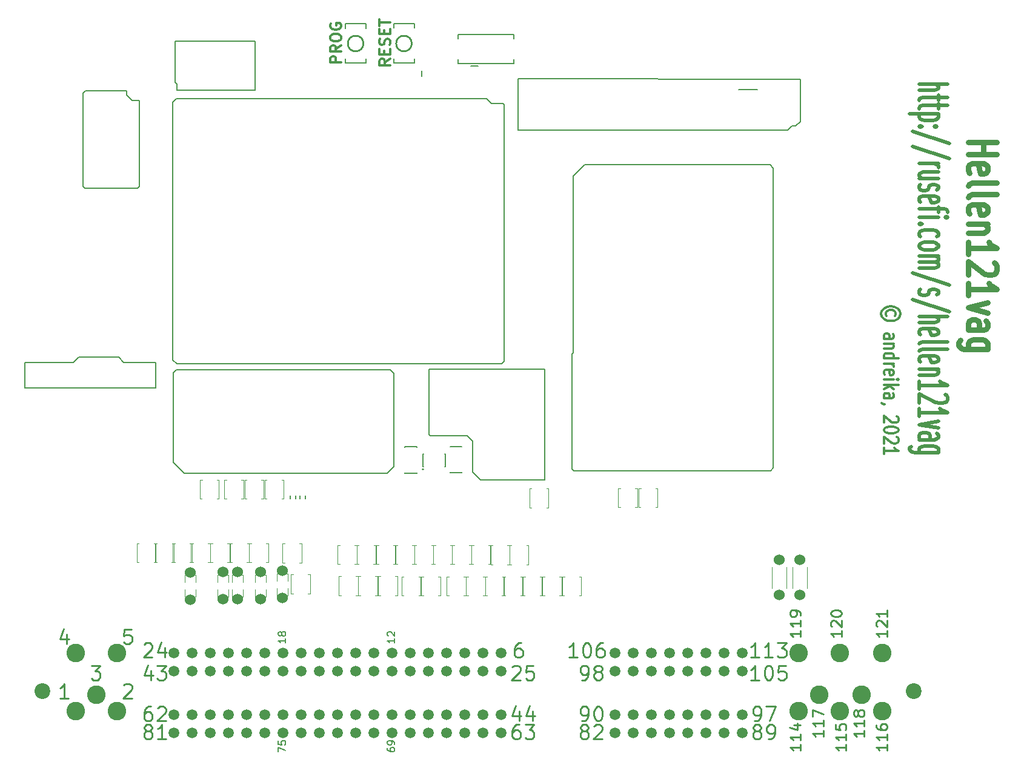
<source format=gto>
G04 #@! TF.GenerationSoftware,KiCad,Pcbnew,(5.99.0-9206-g896188ca5e)*
G04 #@! TF.CreationDate,2021-02-20T22:34:01+02:00*
G04 #@! TF.ProjectId,hellen121vag,68656c6c-656e-4313-9231-7661672e6b69,a*
G04 #@! TF.SameCoordinates,PX2b953a0PY6943058*
G04 #@! TF.FileFunction,Legend,Top*
G04 #@! TF.FilePolarity,Positive*
%FSLAX46Y46*%
G04 Gerber Fmt 4.6, Leading zero omitted, Abs format (unit mm)*
G04 Created by KiCad (PCBNEW (5.99.0-9206-g896188ca5e)) date 2021-02-20 22:34:01*
%MOMM*%
%LPD*%
G01*
G04 APERTURE LIST*
%ADD10C,0.250000*%
%ADD11C,0.750000*%
%ADD12C,0.200000*%
%ADD13C,0.304800*%
%ADD14C,0.500000*%
%ADD15C,0.150000*%
%ADD16C,0.120000*%
%ADD17C,0.099060*%
%ADD18C,0.254000*%
%ADD19C,0.203200*%
%ADD20C,2.200000*%
%ADD21C,2.600000*%
%ADD22C,1.500000*%
%ADD23C,1.524000*%
G04 APERTURE END LIST*
D10*
X95841666Y18030239D02*
X94698809Y18030239D01*
X95270238Y18030239D02*
X95270238Y20030239D01*
X95079761Y19744524D01*
X94889285Y19554048D01*
X94698809Y19458810D01*
X97079761Y20030239D02*
X97270238Y20030239D01*
X97460714Y19935000D01*
X97555952Y19839762D01*
X97651190Y19649286D01*
X97746428Y19268334D01*
X97746428Y18792143D01*
X97651190Y18411191D01*
X97555952Y18220715D01*
X97460714Y18125477D01*
X97270238Y18030239D01*
X97079761Y18030239D01*
X96889285Y18125477D01*
X96794047Y18220715D01*
X96698809Y18411191D01*
X96603571Y18792143D01*
X96603571Y19268334D01*
X96698809Y19649286D01*
X96794047Y19839762D01*
X96889285Y19935000D01*
X97079761Y20030239D01*
X99460714Y20030239D02*
X99079761Y20030239D01*
X98889285Y19935000D01*
X98794047Y19839762D01*
X98603571Y19554048D01*
X98508333Y19173096D01*
X98508333Y18411191D01*
X98603571Y18220715D01*
X98698809Y18125477D01*
X98889285Y18030239D01*
X99270238Y18030239D01*
X99460714Y18125477D01*
X99555952Y18220715D01*
X99651190Y18411191D01*
X99651190Y18887381D01*
X99555952Y19077858D01*
X99460714Y19173096D01*
X99270238Y19268334D01*
X98889285Y19268334D01*
X98698809Y19173096D01*
X98603571Y19077858D01*
X98508333Y18887381D01*
X24530952Y21268572D02*
X24530952Y19935239D01*
X24054761Y22030477D02*
X23578571Y20601905D01*
X24816666Y20601905D01*
X33516190Y21935239D02*
X32563809Y21935239D01*
X32468571Y20982858D01*
X32563809Y21078096D01*
X32754285Y21173334D01*
X33230476Y21173334D01*
X33420952Y21078096D01*
X33516190Y20982858D01*
X33611428Y20792381D01*
X33611428Y20316191D01*
X33516190Y20125715D01*
X33420952Y20030477D01*
X33230476Y19935239D01*
X32754285Y19935239D01*
X32563809Y20030477D01*
X32468571Y20125715D01*
X32468571Y14124762D02*
X32563809Y14220000D01*
X32754285Y14315239D01*
X33230476Y14315239D01*
X33420952Y14220000D01*
X33516190Y14124762D01*
X33611428Y13934286D01*
X33611428Y13743810D01*
X33516190Y13458096D01*
X32373333Y12315239D01*
X33611428Y12315239D01*
X130238571Y7775000D02*
X130238571Y6917858D01*
X130238571Y7346429D02*
X128738571Y7346429D01*
X128952857Y7203572D01*
X129095714Y7060715D01*
X129167142Y6917858D01*
X130238571Y9203572D02*
X130238571Y8346429D01*
X130238571Y8775000D02*
X128738571Y8775000D01*
X128952857Y8632143D01*
X129095714Y8489286D01*
X129167142Y8346429D01*
X128738571Y9703572D02*
X128738571Y10703572D01*
X130238571Y10060715D01*
X139128571Y21745000D02*
X139128571Y20887858D01*
X139128571Y21316429D02*
X137628571Y21316429D01*
X137842857Y21173572D01*
X137985714Y21030715D01*
X138057142Y20887858D01*
X137771428Y22316429D02*
X137700000Y22387858D01*
X137628571Y22530715D01*
X137628571Y22887858D01*
X137700000Y23030715D01*
X137771428Y23102143D01*
X137914285Y23173572D01*
X138057142Y23173572D01*
X138271428Y23102143D01*
X139128571Y22245000D01*
X139128571Y23173572D01*
X139128571Y24602143D02*
X139128571Y23745000D01*
X139128571Y24173572D02*
X137628571Y24173572D01*
X137842857Y24030715D01*
X137985714Y23887858D01*
X138057142Y23745000D01*
D11*
X150490476Y90100000D02*
X154490476Y90100000D01*
X152585714Y90100000D02*
X152585714Y88385715D01*
X150490476Y88385715D02*
X154490476Y88385715D01*
X150680952Y85814286D02*
X150490476Y86100000D01*
X150490476Y86671429D01*
X150680952Y86957143D01*
X151061904Y87100000D01*
X152585714Y87100000D01*
X152966666Y86957143D01*
X153157142Y86671429D01*
X153157142Y86100000D01*
X152966666Y85814286D01*
X152585714Y85671429D01*
X152204761Y85671429D01*
X151823809Y87100000D01*
X150490476Y83957143D02*
X150680952Y84242858D01*
X151061904Y84385715D01*
X154490476Y84385715D01*
X150490476Y82385715D02*
X150680952Y82671429D01*
X151061904Y82814286D01*
X154490476Y82814286D01*
X150680952Y80100000D02*
X150490476Y80385715D01*
X150490476Y80957143D01*
X150680952Y81242858D01*
X151061904Y81385715D01*
X152585714Y81385715D01*
X152966666Y81242858D01*
X153157142Y80957143D01*
X153157142Y80385715D01*
X152966666Y80100000D01*
X152585714Y79957143D01*
X152204761Y79957143D01*
X151823809Y81385715D01*
X153157142Y78671429D02*
X150490476Y78671429D01*
X152776190Y78671429D02*
X152966666Y78528572D01*
X153157142Y78242858D01*
X153157142Y77814286D01*
X152966666Y77528572D01*
X152585714Y77385715D01*
X150490476Y77385715D01*
X150490476Y74385715D02*
X150490476Y76100000D01*
X150490476Y75242858D02*
X154490476Y75242858D01*
X153919047Y75528572D01*
X153538095Y75814286D01*
X153347619Y76100000D01*
X154109523Y73242858D02*
X154300000Y73100000D01*
X154490476Y72814286D01*
X154490476Y72100000D01*
X154300000Y71814286D01*
X154109523Y71671429D01*
X153728571Y71528572D01*
X153347619Y71528572D01*
X152776190Y71671429D01*
X150490476Y73385715D01*
X150490476Y71528572D01*
X150490476Y68671429D02*
X150490476Y70385715D01*
X150490476Y69528572D02*
X154490476Y69528572D01*
X153919047Y69814286D01*
X153538095Y70100000D01*
X153347619Y70385715D01*
X153157142Y67671429D02*
X150490476Y66957143D01*
X153157142Y66242858D01*
X150490476Y63814286D02*
X152585714Y63814286D01*
X152966666Y63957143D01*
X153157142Y64242858D01*
X153157142Y64814286D01*
X152966666Y65100000D01*
X150680952Y63814286D02*
X150490476Y64100000D01*
X150490476Y64814286D01*
X150680952Y65100000D01*
X151061904Y65242858D01*
X151442857Y65242858D01*
X151823809Y65100000D01*
X152014285Y64814286D01*
X152014285Y64100000D01*
X152204761Y63814286D01*
X153157142Y61100000D02*
X149919047Y61100000D01*
X149538095Y61242858D01*
X149347619Y61385715D01*
X149157142Y61671429D01*
X149157142Y62100000D01*
X149347619Y62385715D01*
X150680952Y61100000D02*
X150490476Y61385715D01*
X150490476Y61957143D01*
X150680952Y62242858D01*
X150871428Y62385715D01*
X151252380Y62528572D01*
X152395238Y62528572D01*
X152776190Y62385715D01*
X152966666Y62242858D01*
X153157142Y61957143D01*
X153157142Y61385715D01*
X152966666Y61100000D01*
D12*
X54082380Y4790477D02*
X54082380Y5457143D01*
X55082380Y5028572D01*
X54082380Y6314286D02*
X54082380Y5838096D01*
X54558571Y5790477D01*
X54510952Y5838096D01*
X54463333Y5933334D01*
X54463333Y6171429D01*
X54510952Y6266667D01*
X54558571Y6314286D01*
X54653809Y6361905D01*
X54891904Y6361905D01*
X54987142Y6314286D01*
X55034761Y6266667D01*
X55082380Y6171429D01*
X55082380Y5933334D01*
X55034761Y5838096D01*
X54987142Y5790477D01*
X69322380Y5314286D02*
X69322380Y5123810D01*
X69370000Y5028572D01*
X69417619Y4980953D01*
X69560476Y4885715D01*
X69750952Y4838096D01*
X70131904Y4838096D01*
X70227142Y4885715D01*
X70274761Y4933334D01*
X70322380Y5028572D01*
X70322380Y5219048D01*
X70274761Y5314286D01*
X70227142Y5361905D01*
X70131904Y5409524D01*
X69893809Y5409524D01*
X69798571Y5361905D01*
X69750952Y5314286D01*
X69703333Y5219048D01*
X69703333Y5028572D01*
X69750952Y4933334D01*
X69798571Y4885715D01*
X69893809Y4838096D01*
X70322380Y5885715D02*
X70322380Y6076191D01*
X70274761Y6171429D01*
X70227142Y6219048D01*
X70084285Y6314286D01*
X69893809Y6361905D01*
X69512857Y6361905D01*
X69417619Y6314286D01*
X69370000Y6266667D01*
X69322380Y6171429D01*
X69322380Y5980953D01*
X69370000Y5885715D01*
X69417619Y5838096D01*
X69512857Y5790477D01*
X69750952Y5790477D01*
X69846190Y5838096D01*
X69893809Y5885715D01*
X69941428Y5980953D01*
X69941428Y6171429D01*
X69893809Y6266667D01*
X69846190Y6314286D01*
X69750952Y6361905D01*
D10*
X86761190Y16664762D02*
X86856428Y16760000D01*
X87046904Y16855239D01*
X87523095Y16855239D01*
X87713571Y16760000D01*
X87808809Y16664762D01*
X87904047Y16474286D01*
X87904047Y16283810D01*
X87808809Y15998096D01*
X86665952Y14855239D01*
X87904047Y14855239D01*
X89713571Y16855239D02*
X88761190Y16855239D01*
X88665952Y15902858D01*
X88761190Y15998096D01*
X88951666Y16093334D01*
X89427857Y16093334D01*
X89618333Y15998096D01*
X89713571Y15902858D01*
X89808809Y15712381D01*
X89808809Y15236191D01*
X89713571Y15045715D01*
X89618333Y14950477D01*
X89427857Y14855239D01*
X88951666Y14855239D01*
X88761190Y14950477D01*
X88665952Y15045715D01*
X133413571Y5870000D02*
X133413571Y5012858D01*
X133413571Y5441429D02*
X131913571Y5441429D01*
X132127857Y5298572D01*
X132270714Y5155715D01*
X132342142Y5012858D01*
X133413571Y7298572D02*
X133413571Y6441429D01*
X133413571Y6870000D02*
X131913571Y6870000D01*
X132127857Y6727143D01*
X132270714Y6584286D01*
X132342142Y6441429D01*
X131913571Y8655715D02*
X131913571Y7941429D01*
X132627857Y7870000D01*
X132556428Y7941429D01*
X132485000Y8084286D01*
X132485000Y8441429D01*
X132556428Y8584286D01*
X132627857Y8655715D01*
X132770714Y8727143D01*
X133127857Y8727143D01*
X133270714Y8655715D01*
X133342142Y8584286D01*
X133413571Y8441429D01*
X133413571Y8084286D01*
X133342142Y7941429D01*
X133270714Y7870000D01*
X36278571Y16188572D02*
X36278571Y14855239D01*
X35802380Y16950477D02*
X35326190Y15521905D01*
X36564285Y15521905D01*
X37135714Y16855239D02*
X38373809Y16855239D01*
X37707142Y16093334D01*
X37992857Y16093334D01*
X38183333Y15998096D01*
X38278571Y15902858D01*
X38373809Y15712381D01*
X38373809Y15236191D01*
X38278571Y15045715D01*
X38183333Y14950477D01*
X37992857Y14855239D01*
X37421428Y14855239D01*
X37230952Y14950477D01*
X37135714Y15045715D01*
D12*
X55082380Y20649524D02*
X55082380Y20078096D01*
X55082380Y20363810D02*
X54082380Y20363810D01*
X54225238Y20268572D01*
X54320476Y20173334D01*
X54368095Y20078096D01*
X54510952Y21220953D02*
X54463333Y21125715D01*
X54415714Y21078096D01*
X54320476Y21030477D01*
X54272857Y21030477D01*
X54177619Y21078096D01*
X54130000Y21125715D01*
X54082380Y21220953D01*
X54082380Y21411429D01*
X54130000Y21506667D01*
X54177619Y21554286D01*
X54272857Y21601905D01*
X54320476Y21601905D01*
X54415714Y21554286D01*
X54463333Y21506667D01*
X54510952Y21411429D01*
X54510952Y21220953D01*
X54558571Y21125715D01*
X54606190Y21078096D01*
X54701428Y21030477D01*
X54891904Y21030477D01*
X54987142Y21078096D01*
X55034761Y21125715D01*
X55082380Y21220953D01*
X55082380Y21411429D01*
X55034761Y21506667D01*
X54987142Y21554286D01*
X54891904Y21601905D01*
X54701428Y21601905D01*
X54606190Y21554286D01*
X54558571Y21506667D01*
X54510952Y21411429D01*
D10*
X120606666Y9140239D02*
X120987619Y9140239D01*
X121178095Y9235477D01*
X121273333Y9330715D01*
X121463809Y9616429D01*
X121559047Y9997381D01*
X121559047Y10759286D01*
X121463809Y10949762D01*
X121368571Y11045000D01*
X121178095Y11140239D01*
X120797142Y11140239D01*
X120606666Y11045000D01*
X120511428Y10949762D01*
X120416190Y10759286D01*
X120416190Y10283096D01*
X120511428Y10092620D01*
X120606666Y9997381D01*
X120797142Y9902143D01*
X121178095Y9902143D01*
X121368571Y9997381D01*
X121463809Y10092620D01*
X121559047Y10283096D01*
X122225714Y11140239D02*
X123559047Y11140239D01*
X122701904Y9140239D01*
D13*
X69678571Y101736572D02*
X68964285Y101228572D01*
X69678571Y100865715D02*
X68178571Y100865715D01*
X68178571Y101446286D01*
X68250000Y101591429D01*
X68321428Y101664000D01*
X68464285Y101736572D01*
X68678571Y101736572D01*
X68821428Y101664000D01*
X68892857Y101591429D01*
X68964285Y101446286D01*
X68964285Y100865715D01*
X68892857Y102389715D02*
X68892857Y102897715D01*
X69678571Y103115429D02*
X69678571Y102389715D01*
X68178571Y102389715D01*
X68178571Y103115429D01*
X69607142Y103696000D02*
X69678571Y103913715D01*
X69678571Y104276572D01*
X69607142Y104421715D01*
X69535714Y104494286D01*
X69392857Y104566858D01*
X69250000Y104566858D01*
X69107142Y104494286D01*
X69035714Y104421715D01*
X68964285Y104276572D01*
X68892857Y103986286D01*
X68821428Y103841143D01*
X68750000Y103768572D01*
X68607142Y103696000D01*
X68464285Y103696000D01*
X68321428Y103768572D01*
X68250000Y103841143D01*
X68178571Y103986286D01*
X68178571Y104349143D01*
X68250000Y104566858D01*
X68892857Y105220000D02*
X68892857Y105728000D01*
X69678571Y105945715D02*
X69678571Y105220000D01*
X68178571Y105220000D01*
X68178571Y105945715D01*
X68178571Y106381143D02*
X68178571Y107252000D01*
X69678571Y106816572D02*
X68178571Y106816572D01*
D10*
X35326190Y19839762D02*
X35421428Y19935000D01*
X35611904Y20030239D01*
X36088095Y20030239D01*
X36278571Y19935000D01*
X36373809Y19839762D01*
X36469047Y19649286D01*
X36469047Y19458810D01*
X36373809Y19173096D01*
X35230952Y18030239D01*
X36469047Y18030239D01*
X38183333Y19363572D02*
X38183333Y18030239D01*
X37707142Y20125477D02*
X37230952Y18696905D01*
X38469047Y18696905D01*
X96476666Y14855239D02*
X96857619Y14855239D01*
X97048095Y14950477D01*
X97143333Y15045715D01*
X97333809Y15331429D01*
X97429047Y15712381D01*
X97429047Y16474286D01*
X97333809Y16664762D01*
X97238571Y16760000D01*
X97048095Y16855239D01*
X96667142Y16855239D01*
X96476666Y16760000D01*
X96381428Y16664762D01*
X96286190Y16474286D01*
X96286190Y15998096D01*
X96381428Y15807620D01*
X96476666Y15712381D01*
X96667142Y15617143D01*
X97048095Y15617143D01*
X97238571Y15712381D01*
X97333809Y15807620D01*
X97429047Y15998096D01*
X98571904Y15998096D02*
X98381428Y16093334D01*
X98286190Y16188572D01*
X98190952Y16379048D01*
X98190952Y16474286D01*
X98286190Y16664762D01*
X98381428Y16760000D01*
X98571904Y16855239D01*
X98952857Y16855239D01*
X99143333Y16760000D01*
X99238571Y16664762D01*
X99333809Y16474286D01*
X99333809Y16379048D01*
X99238571Y16188572D01*
X99143333Y16093334D01*
X98952857Y15998096D01*
X98571904Y15998096D01*
X98381428Y15902858D01*
X98286190Y15807620D01*
X98190952Y15617143D01*
X98190952Y15236191D01*
X98286190Y15045715D01*
X98381428Y14950477D01*
X98571904Y14855239D01*
X98952857Y14855239D01*
X99143333Y14950477D01*
X99238571Y15045715D01*
X99333809Y15236191D01*
X99333809Y15617143D01*
X99238571Y15807620D01*
X99143333Y15902858D01*
X98952857Y15998096D01*
D13*
X140228952Y65798858D02*
X140325714Y65944000D01*
X140325714Y66234286D01*
X140228952Y66379429D01*
X140035428Y66524572D01*
X139841904Y66597143D01*
X139454857Y66597143D01*
X139261333Y66524572D01*
X139067809Y66379429D01*
X138971047Y66234286D01*
X138971047Y65944000D01*
X139067809Y65798858D01*
X141003047Y66089143D02*
X140906285Y66452000D01*
X140616000Y66814858D01*
X140132190Y67032572D01*
X139648380Y67105143D01*
X139164571Y67032572D01*
X138680761Y66814858D01*
X138390476Y66452000D01*
X138293714Y66089143D01*
X138390476Y65726286D01*
X138680761Y65363429D01*
X139164571Y65145715D01*
X139648380Y65073143D01*
X140132190Y65145715D01*
X140616000Y65363429D01*
X140906285Y65726286D01*
X141003047Y66089143D01*
X138680761Y62605715D02*
X139745142Y62605715D01*
X139938666Y62678286D01*
X140035428Y62823429D01*
X140035428Y63113715D01*
X139938666Y63258858D01*
X138777523Y62605715D02*
X138680761Y62750858D01*
X138680761Y63113715D01*
X138777523Y63258858D01*
X138971047Y63331429D01*
X139164571Y63331429D01*
X139358095Y63258858D01*
X139454857Y63113715D01*
X139454857Y62750858D01*
X139551619Y62605715D01*
X140035428Y61880000D02*
X138680761Y61880000D01*
X139841904Y61880000D02*
X139938666Y61807429D01*
X140035428Y61662286D01*
X140035428Y61444572D01*
X139938666Y61299429D01*
X139745142Y61226858D01*
X138680761Y61226858D01*
X138680761Y59848000D02*
X140712761Y59848000D01*
X138777523Y59848000D02*
X138680761Y59993143D01*
X138680761Y60283429D01*
X138777523Y60428572D01*
X138874285Y60501143D01*
X139067809Y60573715D01*
X139648380Y60573715D01*
X139841904Y60501143D01*
X139938666Y60428572D01*
X140035428Y60283429D01*
X140035428Y59993143D01*
X139938666Y59848000D01*
X138680761Y59122286D02*
X140035428Y59122286D01*
X139648380Y59122286D02*
X139841904Y59049715D01*
X139938666Y58977143D01*
X140035428Y58832000D01*
X140035428Y58686858D01*
X138777523Y57598286D02*
X138680761Y57743429D01*
X138680761Y58033715D01*
X138777523Y58178858D01*
X138971047Y58251429D01*
X139745142Y58251429D01*
X139938666Y58178858D01*
X140035428Y58033715D01*
X140035428Y57743429D01*
X139938666Y57598286D01*
X139745142Y57525715D01*
X139551619Y57525715D01*
X139358095Y58251429D01*
X138680761Y56872572D02*
X140035428Y56872572D01*
X140712761Y56872572D02*
X140616000Y56945143D01*
X140519238Y56872572D01*
X140616000Y56800000D01*
X140712761Y56872572D01*
X140519238Y56872572D01*
X138680761Y56146858D02*
X140712761Y56146858D01*
X139454857Y56001715D02*
X138680761Y55566286D01*
X140035428Y55566286D02*
X139261333Y56146858D01*
X138680761Y54260000D02*
X139745142Y54260000D01*
X139938666Y54332572D01*
X140035428Y54477715D01*
X140035428Y54768000D01*
X139938666Y54913143D01*
X138777523Y54260000D02*
X138680761Y54405143D01*
X138680761Y54768000D01*
X138777523Y54913143D01*
X138971047Y54985715D01*
X139164571Y54985715D01*
X139358095Y54913143D01*
X139454857Y54768000D01*
X139454857Y54405143D01*
X139551619Y54260000D01*
X138777523Y53461715D02*
X138680761Y53461715D01*
X138487238Y53534286D01*
X138390476Y53606858D01*
X140519238Y51720000D02*
X140616000Y51647429D01*
X140712761Y51502286D01*
X140712761Y51139429D01*
X140616000Y50994286D01*
X140519238Y50921715D01*
X140325714Y50849143D01*
X140132190Y50849143D01*
X139841904Y50921715D01*
X138680761Y51792572D01*
X138680761Y50849143D01*
X140712761Y49905715D02*
X140712761Y49760572D01*
X140616000Y49615429D01*
X140519238Y49542858D01*
X140325714Y49470286D01*
X139938666Y49397715D01*
X139454857Y49397715D01*
X139067809Y49470286D01*
X138874285Y49542858D01*
X138777523Y49615429D01*
X138680761Y49760572D01*
X138680761Y49905715D01*
X138777523Y50050858D01*
X138874285Y50123429D01*
X139067809Y50196000D01*
X139454857Y50268572D01*
X139938666Y50268572D01*
X140325714Y50196000D01*
X140519238Y50123429D01*
X140616000Y50050858D01*
X140712761Y49905715D01*
X140519238Y48817143D02*
X140616000Y48744572D01*
X140712761Y48599429D01*
X140712761Y48236572D01*
X140616000Y48091429D01*
X140519238Y48018858D01*
X140325714Y47946286D01*
X140132190Y47946286D01*
X139841904Y48018858D01*
X138680761Y48889715D01*
X138680761Y47946286D01*
X138680761Y46494858D02*
X138680761Y47365715D01*
X138680761Y46930286D02*
X140712761Y46930286D01*
X140422476Y47075429D01*
X140228952Y47220572D01*
X140132190Y47365715D01*
D10*
X135953571Y7775000D02*
X135953571Y6917858D01*
X135953571Y7346429D02*
X134453571Y7346429D01*
X134667857Y7203572D01*
X134810714Y7060715D01*
X134882142Y6917858D01*
X135953571Y9203572D02*
X135953571Y8346429D01*
X135953571Y8775000D02*
X134453571Y8775000D01*
X134667857Y8632143D01*
X134810714Y8489286D01*
X134882142Y8346429D01*
X135096428Y10060715D02*
X135025000Y9917858D01*
X134953571Y9846429D01*
X134810714Y9775000D01*
X134739285Y9775000D01*
X134596428Y9846429D01*
X134525000Y9917858D01*
X134453571Y10060715D01*
X134453571Y10346429D01*
X134525000Y10489286D01*
X134596428Y10560715D01*
X134739285Y10632143D01*
X134810714Y10632143D01*
X134953571Y10560715D01*
X135025000Y10489286D01*
X135096428Y10346429D01*
X135096428Y10060715D01*
X135167857Y9917858D01*
X135239285Y9846429D01*
X135382142Y9775000D01*
X135667857Y9775000D01*
X135810714Y9846429D01*
X135882142Y9917858D01*
X135953571Y10060715D01*
X135953571Y10346429D01*
X135882142Y10489286D01*
X135810714Y10560715D01*
X135667857Y10632143D01*
X135382142Y10632143D01*
X135239285Y10560715D01*
X135167857Y10489286D01*
X135096428Y10346429D01*
D14*
X143640476Y98186905D02*
X147640476Y98186905D01*
X143640476Y97329762D02*
X145735714Y97329762D01*
X146116666Y97425001D01*
X146307142Y97615477D01*
X146307142Y97901191D01*
X146116666Y98091667D01*
X145926190Y98186905D01*
X146307142Y96663096D02*
X146307142Y95901191D01*
X147640476Y96377381D02*
X144211904Y96377381D01*
X143830952Y96282143D01*
X143640476Y96091667D01*
X143640476Y95901191D01*
X146307142Y95520239D02*
X146307142Y94758334D01*
X147640476Y95234524D02*
X144211904Y95234524D01*
X143830952Y95139286D01*
X143640476Y94948810D01*
X143640476Y94758334D01*
X146307142Y94091667D02*
X142307142Y94091667D01*
X146116666Y94091667D02*
X146307142Y93901191D01*
X146307142Y93520239D01*
X146116666Y93329762D01*
X145926190Y93234524D01*
X145545238Y93139286D01*
X144402380Y93139286D01*
X144021428Y93234524D01*
X143830952Y93329762D01*
X143640476Y93520239D01*
X143640476Y93901191D01*
X143830952Y94091667D01*
X144021428Y92282143D02*
X143830952Y92186905D01*
X143640476Y92282143D01*
X143830952Y92377381D01*
X144021428Y92282143D01*
X143640476Y92282143D01*
X146116666Y92282143D02*
X145926190Y92186905D01*
X145735714Y92282143D01*
X145926190Y92377381D01*
X146116666Y92282143D01*
X145735714Y92282143D01*
X147830952Y89901191D02*
X142688095Y91615477D01*
X147830952Y87805953D02*
X142688095Y89520239D01*
X143640476Y87139286D02*
X146307142Y87139286D01*
X145545238Y87139286D02*
X145926190Y87044048D01*
X146116666Y86948810D01*
X146307142Y86758334D01*
X146307142Y86567858D01*
X146307142Y85044048D02*
X143640476Y85044048D01*
X146307142Y85901191D02*
X144211904Y85901191D01*
X143830952Y85805953D01*
X143640476Y85615477D01*
X143640476Y85329762D01*
X143830952Y85139286D01*
X144021428Y85044048D01*
X143830952Y84186905D02*
X143640476Y83996429D01*
X143640476Y83615477D01*
X143830952Y83425000D01*
X144211904Y83329762D01*
X144402380Y83329762D01*
X144783333Y83425000D01*
X144973809Y83615477D01*
X144973809Y83901191D01*
X145164285Y84091667D01*
X145545238Y84186905D01*
X145735714Y84186905D01*
X146116666Y84091667D01*
X146307142Y83901191D01*
X146307142Y83615477D01*
X146116666Y83425000D01*
X143830952Y81710715D02*
X143640476Y81901191D01*
X143640476Y82282143D01*
X143830952Y82472620D01*
X144211904Y82567858D01*
X145735714Y82567858D01*
X146116666Y82472620D01*
X146307142Y82282143D01*
X146307142Y81901191D01*
X146116666Y81710715D01*
X145735714Y81615477D01*
X145354761Y81615477D01*
X144973809Y82567858D01*
X146307142Y81044048D02*
X146307142Y80282143D01*
X143640476Y80758334D02*
X147069047Y80758334D01*
X147450000Y80663096D01*
X147640476Y80472620D01*
X147640476Y80282143D01*
X143640476Y79615477D02*
X146307142Y79615477D01*
X147640476Y79615477D02*
X147450000Y79710715D01*
X147259523Y79615477D01*
X147450000Y79520239D01*
X147640476Y79615477D01*
X147259523Y79615477D01*
X144021428Y78663096D02*
X143830952Y78567858D01*
X143640476Y78663096D01*
X143830952Y78758334D01*
X144021428Y78663096D01*
X143640476Y78663096D01*
X143830952Y76853572D02*
X143640476Y77044048D01*
X143640476Y77425001D01*
X143830952Y77615477D01*
X144021428Y77710715D01*
X144402380Y77805953D01*
X145545238Y77805953D01*
X145926190Y77710715D01*
X146116666Y77615477D01*
X146307142Y77425001D01*
X146307142Y77044048D01*
X146116666Y76853572D01*
X143640476Y75710715D02*
X143830952Y75901191D01*
X144021428Y75996429D01*
X144402380Y76091667D01*
X145545238Y76091667D01*
X145926190Y75996429D01*
X146116666Y75901191D01*
X146307142Y75710715D01*
X146307142Y75425001D01*
X146116666Y75234524D01*
X145926190Y75139286D01*
X145545238Y75044048D01*
X144402380Y75044048D01*
X144021428Y75139286D01*
X143830952Y75234524D01*
X143640476Y75425001D01*
X143640476Y75710715D01*
X143640476Y74186905D02*
X146307142Y74186905D01*
X145926190Y74186905D02*
X146116666Y74091667D01*
X146307142Y73901191D01*
X146307142Y73615477D01*
X146116666Y73425001D01*
X145735714Y73329762D01*
X143640476Y73329762D01*
X145735714Y73329762D02*
X146116666Y73234524D01*
X146307142Y73044048D01*
X146307142Y72758334D01*
X146116666Y72567858D01*
X145735714Y72472620D01*
X143640476Y72472620D01*
X147830952Y70091667D02*
X142688095Y71805953D01*
X143830952Y69520239D02*
X143640476Y69329762D01*
X143640476Y68948810D01*
X143830952Y68758334D01*
X144211904Y68663096D01*
X144402380Y68663096D01*
X144783333Y68758334D01*
X144973809Y68948810D01*
X144973809Y69234524D01*
X145164285Y69425001D01*
X145545238Y69520239D01*
X145735714Y69520239D01*
X146116666Y69425001D01*
X146307142Y69234524D01*
X146307142Y68948810D01*
X146116666Y68758334D01*
X147830952Y66377381D02*
X142688095Y68091667D01*
X143640476Y65710715D02*
X147640476Y65710715D01*
X143640476Y64853572D02*
X145735714Y64853572D01*
X146116666Y64948810D01*
X146307142Y65139286D01*
X146307142Y65425001D01*
X146116666Y65615477D01*
X145926190Y65710715D01*
X143830952Y63139286D02*
X143640476Y63329762D01*
X143640476Y63710715D01*
X143830952Y63901191D01*
X144211904Y63996429D01*
X145735714Y63996429D01*
X146116666Y63901191D01*
X146307142Y63710715D01*
X146307142Y63329762D01*
X146116666Y63139286D01*
X145735714Y63044048D01*
X145354761Y63044048D01*
X144973809Y63996429D01*
X143640476Y61901191D02*
X143830952Y62091667D01*
X144211904Y62186905D01*
X147640476Y62186905D01*
X143640476Y60853572D02*
X143830952Y61044048D01*
X144211904Y61139286D01*
X147640476Y61139286D01*
X143830952Y59329762D02*
X143640476Y59520239D01*
X143640476Y59901191D01*
X143830952Y60091667D01*
X144211904Y60186905D01*
X145735714Y60186905D01*
X146116666Y60091667D01*
X146307142Y59901191D01*
X146307142Y59520239D01*
X146116666Y59329762D01*
X145735714Y59234524D01*
X145354761Y59234524D01*
X144973809Y60186905D01*
X146307142Y58377381D02*
X143640476Y58377381D01*
X145926190Y58377381D02*
X146116666Y58282143D01*
X146307142Y58091667D01*
X146307142Y57805953D01*
X146116666Y57615477D01*
X145735714Y57520239D01*
X143640476Y57520239D01*
X143640476Y55520239D02*
X143640476Y56663096D01*
X143640476Y56091667D02*
X147640476Y56091667D01*
X147069047Y56282143D01*
X146688095Y56472620D01*
X146497619Y56663096D01*
X147259523Y54758334D02*
X147450000Y54663096D01*
X147640476Y54472620D01*
X147640476Y53996429D01*
X147450000Y53805953D01*
X147259523Y53710715D01*
X146878571Y53615477D01*
X146497619Y53615477D01*
X145926190Y53710715D01*
X143640476Y54853572D01*
X143640476Y53615477D01*
X143640476Y51710715D02*
X143640476Y52853572D01*
X143640476Y52282143D02*
X147640476Y52282143D01*
X147069047Y52472620D01*
X146688095Y52663096D01*
X146497619Y52853572D01*
X146307142Y51044048D02*
X143640476Y50567858D01*
X146307142Y50091667D01*
X143640476Y48472620D02*
X145735714Y48472620D01*
X146116666Y48567858D01*
X146307142Y48758334D01*
X146307142Y49139286D01*
X146116666Y49329762D01*
X143830952Y48472620D02*
X143640476Y48663096D01*
X143640476Y49139286D01*
X143830952Y49329762D01*
X144211904Y49425001D01*
X144592857Y49425001D01*
X144973809Y49329762D01*
X145164285Y49139286D01*
X145164285Y48663096D01*
X145354761Y48472620D01*
X146307142Y46663096D02*
X143069047Y46663096D01*
X142688095Y46758334D01*
X142497619Y46853572D01*
X142307142Y47044048D01*
X142307142Y47329762D01*
X142497619Y47520239D01*
X143830952Y46663096D02*
X143640476Y46853572D01*
X143640476Y47234524D01*
X143830952Y47425001D01*
X144021428Y47520239D01*
X144402380Y47615477D01*
X145545238Y47615477D01*
X145926190Y47520239D01*
X146116666Y47425001D01*
X146307142Y47234524D01*
X146307142Y46853572D01*
X146116666Y46663096D01*
D13*
X62841069Y101246909D02*
X61341069Y101246909D01*
X61341069Y101827480D01*
X61412498Y101972623D01*
X61483926Y102045195D01*
X61626783Y102117766D01*
X61841069Y102117766D01*
X61983926Y102045195D01*
X62055355Y101972623D01*
X62126783Y101827480D01*
X62126783Y101246909D01*
X62841069Y103641766D02*
X62126783Y103133766D01*
X62841069Y102770909D02*
X61341069Y102770909D01*
X61341069Y103351480D01*
X61412498Y103496623D01*
X61483926Y103569195D01*
X61626783Y103641766D01*
X61841069Y103641766D01*
X61983926Y103569195D01*
X62055355Y103496623D01*
X62126783Y103351480D01*
X62126783Y102770909D01*
X61341069Y104585195D02*
X61341069Y104875480D01*
X61412498Y105020623D01*
X61555355Y105165766D01*
X61841069Y105238337D01*
X62341069Y105238337D01*
X62626783Y105165766D01*
X62769640Y105020623D01*
X62841069Y104875480D01*
X62841069Y104585195D01*
X62769640Y104440052D01*
X62626783Y104294909D01*
X62341069Y104222337D01*
X61841069Y104222337D01*
X61555355Y104294909D01*
X61412498Y104440052D01*
X61341069Y104585195D01*
X61412498Y106689766D02*
X61341069Y106544623D01*
X61341069Y106326909D01*
X61412498Y106109195D01*
X61555355Y105964052D01*
X61698212Y105891480D01*
X61983926Y105818909D01*
X62198212Y105818909D01*
X62483926Y105891480D01*
X62626783Y105964052D01*
X62769640Y106109195D01*
X62841069Y106326909D01*
X62841069Y106472052D01*
X62769640Y106689766D01*
X62698212Y106762337D01*
X62198212Y106762337D01*
X62198212Y106472052D01*
D10*
X24721428Y12315239D02*
X23578571Y12315239D01*
X24150000Y12315239D02*
X24150000Y14315239D01*
X23959523Y14029524D01*
X23769047Y13839048D01*
X23578571Y13743810D01*
X35707142Y7743096D02*
X35516666Y7838334D01*
X35421428Y7933572D01*
X35326190Y8124048D01*
X35326190Y8219286D01*
X35421428Y8409762D01*
X35516666Y8505000D01*
X35707142Y8600239D01*
X36088095Y8600239D01*
X36278571Y8505000D01*
X36373809Y8409762D01*
X36469047Y8219286D01*
X36469047Y8124048D01*
X36373809Y7933572D01*
X36278571Y7838334D01*
X36088095Y7743096D01*
X35707142Y7743096D01*
X35516666Y7647858D01*
X35421428Y7552620D01*
X35326190Y7362143D01*
X35326190Y6981191D01*
X35421428Y6790715D01*
X35516666Y6695477D01*
X35707142Y6600239D01*
X36088095Y6600239D01*
X36278571Y6695477D01*
X36373809Y6790715D01*
X36469047Y6981191D01*
X36469047Y7362143D01*
X36373809Y7552620D01*
X36278571Y7647858D01*
X36088095Y7743096D01*
X38373809Y6600239D02*
X37230952Y6600239D01*
X37802380Y6600239D02*
X37802380Y8600239D01*
X37611904Y8314524D01*
X37421428Y8124048D01*
X37230952Y8028810D01*
X127063571Y21745000D02*
X127063571Y20887858D01*
X127063571Y21316429D02*
X125563571Y21316429D01*
X125777857Y21173572D01*
X125920714Y21030715D01*
X125992142Y20887858D01*
X127063571Y23173572D02*
X127063571Y22316429D01*
X127063571Y22745000D02*
X125563571Y22745000D01*
X125777857Y22602143D01*
X125920714Y22459286D01*
X125992142Y22316429D01*
X127063571Y23887858D02*
X127063571Y24173572D01*
X126992142Y24316429D01*
X126920714Y24387858D01*
X126706428Y24530715D01*
X126420714Y24602143D01*
X125849285Y24602143D01*
X125706428Y24530715D01*
X125635000Y24459286D01*
X125563571Y24316429D01*
X125563571Y24030715D01*
X125635000Y23887858D01*
X125706428Y23816429D01*
X125849285Y23745000D01*
X126206428Y23745000D01*
X126349285Y23816429D01*
X126420714Y23887858D01*
X126492142Y24030715D01*
X126492142Y24316429D01*
X126420714Y24459286D01*
X126349285Y24530715D01*
X126206428Y24602143D01*
X87713571Y10473572D02*
X87713571Y9140239D01*
X87237380Y11235477D02*
X86761190Y9806905D01*
X87999285Y9806905D01*
X89618333Y10473572D02*
X89618333Y9140239D01*
X89142142Y11235477D02*
X88665952Y9806905D01*
X89904047Y9806905D01*
X96667142Y7743096D02*
X96476666Y7838334D01*
X96381428Y7933572D01*
X96286190Y8124048D01*
X96286190Y8219286D01*
X96381428Y8409762D01*
X96476666Y8505000D01*
X96667142Y8600239D01*
X97048095Y8600239D01*
X97238571Y8505000D01*
X97333809Y8409762D01*
X97429047Y8219286D01*
X97429047Y8124048D01*
X97333809Y7933572D01*
X97238571Y7838334D01*
X97048095Y7743096D01*
X96667142Y7743096D01*
X96476666Y7647858D01*
X96381428Y7552620D01*
X96286190Y7362143D01*
X96286190Y6981191D01*
X96381428Y6790715D01*
X96476666Y6695477D01*
X96667142Y6600239D01*
X97048095Y6600239D01*
X97238571Y6695477D01*
X97333809Y6790715D01*
X97429047Y6981191D01*
X97429047Y7362143D01*
X97333809Y7552620D01*
X97238571Y7647858D01*
X97048095Y7743096D01*
X98190952Y8409762D02*
X98286190Y8505000D01*
X98476666Y8600239D01*
X98952857Y8600239D01*
X99143333Y8505000D01*
X99238571Y8409762D01*
X99333809Y8219286D01*
X99333809Y8028810D01*
X99238571Y7743096D01*
X98095714Y6600239D01*
X99333809Y6600239D01*
X27928333Y16855239D02*
X29166428Y16855239D01*
X28499761Y16093334D01*
X28785476Y16093334D01*
X28975952Y15998096D01*
X29071190Y15902858D01*
X29166428Y15712381D01*
X29166428Y15236191D01*
X29071190Y15045715D01*
X28975952Y14950477D01*
X28785476Y14855239D01*
X28214047Y14855239D01*
X28023571Y14950477D01*
X27928333Y15045715D01*
X120797142Y7743096D02*
X120606666Y7838334D01*
X120511428Y7933572D01*
X120416190Y8124048D01*
X120416190Y8219286D01*
X120511428Y8409762D01*
X120606666Y8505000D01*
X120797142Y8600239D01*
X121178095Y8600239D01*
X121368571Y8505000D01*
X121463809Y8409762D01*
X121559047Y8219286D01*
X121559047Y8124048D01*
X121463809Y7933572D01*
X121368571Y7838334D01*
X121178095Y7743096D01*
X120797142Y7743096D01*
X120606666Y7647858D01*
X120511428Y7552620D01*
X120416190Y7362143D01*
X120416190Y6981191D01*
X120511428Y6790715D01*
X120606666Y6695477D01*
X120797142Y6600239D01*
X121178095Y6600239D01*
X121368571Y6695477D01*
X121463809Y6790715D01*
X121559047Y6981191D01*
X121559047Y7362143D01*
X121463809Y7552620D01*
X121368571Y7647858D01*
X121178095Y7743096D01*
X122511428Y6600239D02*
X122892380Y6600239D01*
X123082857Y6695477D01*
X123178095Y6790715D01*
X123368571Y7076429D01*
X123463809Y7457381D01*
X123463809Y8219286D01*
X123368571Y8409762D01*
X123273333Y8505000D01*
X123082857Y8600239D01*
X122701904Y8600239D01*
X122511428Y8505000D01*
X122416190Y8409762D01*
X122320952Y8219286D01*
X122320952Y7743096D01*
X122416190Y7552620D01*
X122511428Y7457381D01*
X122701904Y7362143D01*
X123082857Y7362143D01*
X123273333Y7457381D01*
X123368571Y7552620D01*
X123463809Y7743096D01*
X87713571Y8600239D02*
X87332619Y8600239D01*
X87142142Y8505000D01*
X87046904Y8409762D01*
X86856428Y8124048D01*
X86761190Y7743096D01*
X86761190Y6981191D01*
X86856428Y6790715D01*
X86951666Y6695477D01*
X87142142Y6600239D01*
X87523095Y6600239D01*
X87713571Y6695477D01*
X87808809Y6790715D01*
X87904047Y6981191D01*
X87904047Y7457381D01*
X87808809Y7647858D01*
X87713571Y7743096D01*
X87523095Y7838334D01*
X87142142Y7838334D01*
X86951666Y7743096D01*
X86856428Y7647858D01*
X86761190Y7457381D01*
X88570714Y8600239D02*
X89808809Y8600239D01*
X89142142Y7838334D01*
X89427857Y7838334D01*
X89618333Y7743096D01*
X89713571Y7647858D01*
X89808809Y7457381D01*
X89808809Y6981191D01*
X89713571Y6790715D01*
X89618333Y6695477D01*
X89427857Y6600239D01*
X88856428Y6600239D01*
X88665952Y6695477D01*
X88570714Y6790715D01*
X127063571Y5870000D02*
X127063571Y5012858D01*
X127063571Y5441429D02*
X125563571Y5441429D01*
X125777857Y5298572D01*
X125920714Y5155715D01*
X125992142Y5012858D01*
X127063571Y7298572D02*
X127063571Y6441429D01*
X127063571Y6870000D02*
X125563571Y6870000D01*
X125777857Y6727143D01*
X125920714Y6584286D01*
X125992142Y6441429D01*
X126063571Y8584286D02*
X127063571Y8584286D01*
X125492142Y8227143D02*
X126563571Y7870000D01*
X126563571Y8798572D01*
X132778571Y21745000D02*
X132778571Y20887858D01*
X132778571Y21316429D02*
X131278571Y21316429D01*
X131492857Y21173572D01*
X131635714Y21030715D01*
X131707142Y20887858D01*
X131421428Y22316429D02*
X131350000Y22387858D01*
X131278571Y22530715D01*
X131278571Y22887858D01*
X131350000Y23030715D01*
X131421428Y23102143D01*
X131564285Y23173572D01*
X131707142Y23173572D01*
X131921428Y23102143D01*
X132778571Y22245000D01*
X132778571Y23173572D01*
X131278571Y24102143D02*
X131278571Y24245000D01*
X131350000Y24387858D01*
X131421428Y24459286D01*
X131564285Y24530715D01*
X131850000Y24602143D01*
X132207142Y24602143D01*
X132492857Y24530715D01*
X132635714Y24459286D01*
X132707142Y24387858D01*
X132778571Y24245000D01*
X132778571Y24102143D01*
X132707142Y23959286D01*
X132635714Y23887858D01*
X132492857Y23816429D01*
X132207142Y23745000D01*
X131850000Y23745000D01*
X131564285Y23816429D01*
X131421428Y23887858D01*
X131350000Y23959286D01*
X131278571Y24102143D01*
X88030952Y20030239D02*
X87650000Y20030239D01*
X87459523Y19935000D01*
X87364285Y19839762D01*
X87173809Y19554048D01*
X87078571Y19173096D01*
X87078571Y18411191D01*
X87173809Y18220715D01*
X87269047Y18125477D01*
X87459523Y18030239D01*
X87840476Y18030239D01*
X88030952Y18125477D01*
X88126190Y18220715D01*
X88221428Y18411191D01*
X88221428Y18887381D01*
X88126190Y19077858D01*
X88030952Y19173096D01*
X87840476Y19268334D01*
X87459523Y19268334D01*
X87269047Y19173096D01*
X87173809Y19077858D01*
X87078571Y18887381D01*
X96476666Y9140239D02*
X96857619Y9140239D01*
X97048095Y9235477D01*
X97143333Y9330715D01*
X97333809Y9616429D01*
X97429047Y9997381D01*
X97429047Y10759286D01*
X97333809Y10949762D01*
X97238571Y11045000D01*
X97048095Y11140239D01*
X96667142Y11140239D01*
X96476666Y11045000D01*
X96381428Y10949762D01*
X96286190Y10759286D01*
X96286190Y10283096D01*
X96381428Y10092620D01*
X96476666Y9997381D01*
X96667142Y9902143D01*
X97048095Y9902143D01*
X97238571Y9997381D01*
X97333809Y10092620D01*
X97429047Y10283096D01*
X98667142Y11140239D02*
X98857619Y11140239D01*
X99048095Y11045000D01*
X99143333Y10949762D01*
X99238571Y10759286D01*
X99333809Y10378334D01*
X99333809Y9902143D01*
X99238571Y9521191D01*
X99143333Y9330715D01*
X99048095Y9235477D01*
X98857619Y9140239D01*
X98667142Y9140239D01*
X98476666Y9235477D01*
X98381428Y9330715D01*
X98286190Y9521191D01*
X98190952Y9902143D01*
X98190952Y10378334D01*
X98286190Y10759286D01*
X98381428Y10949762D01*
X98476666Y11045000D01*
X98667142Y11140239D01*
X121241666Y18030239D02*
X120098809Y18030239D01*
X120670238Y18030239D02*
X120670238Y20030239D01*
X120479761Y19744524D01*
X120289285Y19554048D01*
X120098809Y19458810D01*
X123146428Y18030239D02*
X122003571Y18030239D01*
X122575000Y18030239D02*
X122575000Y20030239D01*
X122384523Y19744524D01*
X122194047Y19554048D01*
X122003571Y19458810D01*
X123813095Y20030239D02*
X125051190Y20030239D01*
X124384523Y19268334D01*
X124670238Y19268334D01*
X124860714Y19173096D01*
X124955952Y19077858D01*
X125051190Y18887381D01*
X125051190Y18411191D01*
X124955952Y18220715D01*
X124860714Y18125477D01*
X124670238Y18030239D01*
X124098809Y18030239D01*
X123908333Y18125477D01*
X123813095Y18220715D01*
X36278571Y11140239D02*
X35897619Y11140239D01*
X35707142Y11045000D01*
X35611904Y10949762D01*
X35421428Y10664048D01*
X35326190Y10283096D01*
X35326190Y9521191D01*
X35421428Y9330715D01*
X35516666Y9235477D01*
X35707142Y9140239D01*
X36088095Y9140239D01*
X36278571Y9235477D01*
X36373809Y9330715D01*
X36469047Y9521191D01*
X36469047Y9997381D01*
X36373809Y10187858D01*
X36278571Y10283096D01*
X36088095Y10378334D01*
X35707142Y10378334D01*
X35516666Y10283096D01*
X35421428Y10187858D01*
X35326190Y9997381D01*
X37230952Y10949762D02*
X37326190Y11045000D01*
X37516666Y11140239D01*
X37992857Y11140239D01*
X38183333Y11045000D01*
X38278571Y10949762D01*
X38373809Y10759286D01*
X38373809Y10568810D01*
X38278571Y10283096D01*
X37135714Y9140239D01*
X38373809Y9140239D01*
X121241666Y14855239D02*
X120098809Y14855239D01*
X120670238Y14855239D02*
X120670238Y16855239D01*
X120479761Y16569524D01*
X120289285Y16379048D01*
X120098809Y16283810D01*
X122479761Y16855239D02*
X122670238Y16855239D01*
X122860714Y16760000D01*
X122955952Y16664762D01*
X123051190Y16474286D01*
X123146428Y16093334D01*
X123146428Y15617143D01*
X123051190Y15236191D01*
X122955952Y15045715D01*
X122860714Y14950477D01*
X122670238Y14855239D01*
X122479761Y14855239D01*
X122289285Y14950477D01*
X122194047Y15045715D01*
X122098809Y15236191D01*
X122003571Y15617143D01*
X122003571Y16093334D01*
X122098809Y16474286D01*
X122194047Y16664762D01*
X122289285Y16760000D01*
X122479761Y16855239D01*
X124955952Y16855239D02*
X124003571Y16855239D01*
X123908333Y15902858D01*
X124003571Y15998096D01*
X124194047Y16093334D01*
X124670238Y16093334D01*
X124860714Y15998096D01*
X124955952Y15902858D01*
X125051190Y15712381D01*
X125051190Y15236191D01*
X124955952Y15045715D01*
X124860714Y14950477D01*
X124670238Y14855239D01*
X124194047Y14855239D01*
X124003571Y14950477D01*
X123908333Y15045715D01*
X139128571Y5870000D02*
X139128571Y5012858D01*
X139128571Y5441429D02*
X137628571Y5441429D01*
X137842857Y5298572D01*
X137985714Y5155715D01*
X138057142Y5012858D01*
X139128571Y7298572D02*
X139128571Y6441429D01*
X139128571Y6870000D02*
X137628571Y6870000D01*
X137842857Y6727143D01*
X137985714Y6584286D01*
X138057142Y6441429D01*
X137628571Y8584286D02*
X137628571Y8298572D01*
X137700000Y8155715D01*
X137771428Y8084286D01*
X137985714Y7941429D01*
X138271428Y7870000D01*
X138842857Y7870000D01*
X138985714Y7941429D01*
X139057142Y8012858D01*
X139128571Y8155715D01*
X139128571Y8441429D01*
X139057142Y8584286D01*
X138985714Y8655715D01*
X138842857Y8727143D01*
X138485714Y8727143D01*
X138342857Y8655715D01*
X138271428Y8584286D01*
X138200000Y8441429D01*
X138200000Y8155715D01*
X138271428Y8012858D01*
X138342857Y7941429D01*
X138485714Y7870000D01*
D12*
X70322380Y20649524D02*
X70322380Y20078096D01*
X70322380Y20363810D02*
X69322380Y20363810D01*
X69465238Y20268572D01*
X69560476Y20173334D01*
X69608095Y20078096D01*
X69417619Y21030477D02*
X69370000Y21078096D01*
X69322380Y21173334D01*
X69322380Y21411429D01*
X69370000Y21506667D01*
X69417619Y21554286D01*
X69512857Y21601905D01*
X69608095Y21601905D01*
X69750952Y21554286D01*
X70322380Y20982858D01*
X70322380Y21601905D01*
D15*
G04 #@! TO.C,J1*
X86950000Y105200000D02*
X86950000Y104600000D01*
X79150000Y101700000D02*
X79150000Y101100000D01*
X86950000Y101100000D02*
X86950000Y101700000D01*
X79150000Y105200000D02*
X86950000Y105200000D01*
X80950000Y100800000D02*
X81950000Y100800000D01*
X79150000Y101100000D02*
X86950000Y101100000D01*
X79150000Y104600000D02*
X79150000Y105200000D01*
D12*
G04 #@! TO.C,M3*
X39308889Y59648234D02*
X39884758Y59072365D01*
X85424995Y95521378D02*
X85637499Y95308874D01*
X85637499Y95308874D02*
X85637501Y59414053D01*
X83180252Y96228623D02*
X83887497Y95521378D01*
X39308887Y95714606D02*
X39308889Y59648234D01*
X83887497Y95521378D02*
X85424995Y95521378D01*
X85295813Y59072365D02*
X85637501Y59414053D01*
X39822904Y96228623D02*
X83180252Y96228623D01*
X39884758Y59072365D02*
X85295813Y59072365D01*
X39308887Y95714606D02*
X39822904Y96228623D01*
D16*
G04 #@! TO.C,V20*
X52385538Y33980000D02*
X52680000Y33980000D01*
X50325627Y33980000D02*
X50020000Y33980000D01*
X52680000Y31320000D02*
X52680000Y33980000D01*
X50020000Y33980000D02*
X50020000Y31320000D01*
X50314462Y31320000D02*
X50020000Y31320000D01*
X52374373Y31320000D02*
X52680000Y31320000D01*
G04 #@! TO.C,V9*
X75730000Y31045000D02*
X75730000Y33705000D01*
X73070000Y33705000D02*
X73070000Y31045000D01*
X73375627Y33705000D02*
X73070000Y33705000D01*
X73364462Y31045000D02*
X73070000Y31045000D01*
X75424373Y31045000D02*
X75730000Y31045000D01*
X75435538Y33705000D02*
X75730000Y33705000D01*
D12*
G04 #@! TO.C,M1*
X39912505Y97356660D02*
X50812499Y97356660D01*
X39637499Y104204142D02*
X50812499Y104242989D01*
X39637499Y98506661D02*
X39637499Y104204142D01*
X39912503Y97356663D02*
X39912503Y98231657D01*
X39637499Y98506661D02*
X39912503Y98231657D01*
X50812499Y97356660D02*
X50812499Y104242989D01*
X39912503Y97356663D02*
X39912505Y97356660D01*
G04 #@! TO.C,M7*
X26767388Y83889584D02*
X26767388Y96951265D01*
X26767388Y96951265D02*
X27126679Y97310556D01*
X34617388Y94089206D02*
X34617388Y95964203D01*
X27017388Y83639585D02*
X34367767Y83639585D01*
X34367767Y83639585D02*
X34617388Y83889206D01*
X32867386Y96714204D02*
X33617387Y95964203D01*
X27126679Y97310556D02*
X32867386Y97310556D01*
X26767388Y83889584D02*
X27017388Y83639585D01*
X33617387Y95964203D02*
X34617388Y95964203D01*
X34617388Y83889206D02*
X34617388Y94089206D01*
X32867386Y96714204D02*
X32867386Y97310556D01*
G04 #@! TO.C,M4*
X39412501Y45296374D02*
X40962501Y43746374D01*
X39412501Y45296374D02*
X39412501Y57821375D01*
X39412501Y57821375D02*
X39812506Y58221380D01*
X69712499Y58221377D02*
X70212498Y57721378D01*
X70212498Y44671371D02*
X70212498Y57721378D01*
X39812506Y58221380D02*
X69712499Y58221377D01*
X40962501Y43746374D02*
X69292500Y43746374D01*
X69287501Y43746374D02*
X70212498Y44671371D01*
G04 #@! TO.C,M6*
X95144577Y44362167D02*
X95205537Y44301207D01*
X95384922Y44121822D02*
X122872151Y44121822D01*
X95205537Y44301207D02*
X95384922Y44121822D01*
X95276545Y60626216D02*
X95276545Y85376215D01*
X95144577Y60494248D02*
X95276545Y60626216D01*
X123251546Y44501216D02*
X123251546Y86476215D01*
X96851546Y86951215D02*
X122776546Y86951215D01*
X95276545Y85376215D02*
X96851546Y86951215D01*
X122776546Y86951215D02*
X123251546Y86476215D01*
X122872151Y44121822D02*
X123251546Y44501216D01*
X95144577Y44362167D02*
X95144577Y60494248D01*
D16*
G04 #@! TO.C,V40*
X47625627Y33980000D02*
X47320000Y33980000D01*
X47320000Y33980000D02*
X47320000Y31320000D01*
X47614462Y31320000D02*
X47320000Y31320000D01*
X49685538Y33980000D02*
X49980000Y33980000D01*
X49980000Y31320000D02*
X49980000Y33980000D01*
X49674373Y31320000D02*
X49980000Y31320000D01*
G04 #@! TO.C,V61*
X39650627Y33980000D02*
X39345000Y33980000D01*
X42005000Y31320000D02*
X42005000Y33980000D01*
X39345000Y33980000D02*
X39345000Y31320000D01*
X39639462Y31320000D02*
X39345000Y31320000D01*
X41699373Y31320000D02*
X42005000Y31320000D01*
X41710538Y33980000D02*
X42005000Y33980000D01*
G04 #@! TO.C,V17*
X58199373Y26970000D02*
X58505000Y26970000D01*
X55845000Y29630000D02*
X55845000Y26970000D01*
X58210538Y29630000D02*
X58505000Y29630000D01*
X56150627Y29630000D02*
X55845000Y29630000D01*
X58505000Y26970000D02*
X58505000Y29630000D01*
X56139462Y26970000D02*
X55845000Y26970000D01*
G04 #@! TO.C,V69*
X93360538Y29305000D02*
X93655000Y29305000D01*
X90995000Y29305000D02*
X90995000Y26645000D01*
X93655000Y26645000D02*
X93655000Y29305000D01*
X93349373Y26645000D02*
X93655000Y26645000D01*
X91289462Y26645000D02*
X90995000Y26645000D01*
X91300627Y29305000D02*
X90995000Y29305000D01*
G04 #@! TO.C,V67*
X90599373Y26645000D02*
X90905000Y26645000D01*
X88539462Y26645000D02*
X88245000Y26645000D01*
X88245000Y29305000D02*
X88245000Y26645000D01*
X88550627Y29305000D02*
X88245000Y29305000D01*
X90610538Y29305000D02*
X90905000Y29305000D01*
X90905000Y26645000D02*
X90905000Y29305000D01*
G04 #@! TO.C,VOUT3*
X104725627Y41655000D02*
X104420000Y41655000D01*
X104714462Y38995000D02*
X104420000Y38995000D01*
X106785538Y41655000D02*
X107080000Y41655000D01*
X107080000Y38995000D02*
X107080000Y41655000D01*
X106774373Y38995000D02*
X107080000Y38995000D01*
X104420000Y41655000D02*
X104420000Y38995000D01*
G04 #@! TO.C,V11*
X67770000Y33705000D02*
X67770000Y31045000D01*
X70430000Y31045000D02*
X70430000Y33705000D01*
X70135538Y33705000D02*
X70430000Y33705000D01*
X70124373Y31045000D02*
X70430000Y31045000D01*
X68075627Y33705000D02*
X67770000Y33705000D01*
X68064462Y31045000D02*
X67770000Y31045000D01*
D17*
G04 #@! TO.C,R4*
X53838000Y29724000D02*
X55362000Y29724000D01*
X53838000Y28708000D02*
X53838000Y29724000D01*
X55362000Y29724000D02*
X55362000Y28708000D01*
X53838000Y26676000D02*
X53838000Y27692000D01*
X55362000Y26676000D02*
X53838000Y26676000D01*
X55362000Y27692000D02*
X55362000Y26676000D01*
D16*
G04 #@! TO.C,VIN4*
X48885538Y42855000D02*
X49180000Y42855000D01*
X46520000Y42855000D02*
X46520000Y40195000D01*
X49180000Y40195000D02*
X49180000Y42855000D01*
X46814462Y40195000D02*
X46520000Y40195000D01*
X48874373Y40195000D02*
X49180000Y40195000D01*
X46825627Y42855000D02*
X46520000Y42855000D01*
G04 #@! TO.C,V52*
X64724373Y31045000D02*
X65030000Y31045000D01*
X62370000Y33705000D02*
X62370000Y31045000D01*
X64735538Y33705000D02*
X65030000Y33705000D01*
X62675627Y33705000D02*
X62370000Y33705000D01*
X62664462Y31045000D02*
X62370000Y31045000D01*
X65030000Y31045000D02*
X65030000Y33705000D01*
G04 #@! TO.C,V74*
X46949373Y31320000D02*
X47255000Y31320000D01*
X47255000Y31320000D02*
X47255000Y33980000D01*
X44595000Y33980000D02*
X44595000Y31320000D01*
X46960538Y33980000D02*
X47255000Y33980000D01*
X44900627Y33980000D02*
X44595000Y33980000D01*
X44889462Y31320000D02*
X44595000Y31320000D01*
G04 #@! TO.C,VIN1*
X43120000Y42880000D02*
X43120000Y40220000D01*
X45780000Y40220000D02*
X45780000Y42880000D01*
X43425627Y42880000D02*
X43120000Y42880000D01*
X45474373Y40220000D02*
X45780000Y40220000D01*
X45485538Y42880000D02*
X45780000Y42880000D01*
X43414462Y40220000D02*
X43120000Y40220000D01*
D17*
G04 #@! TO.C,R8*
X47588000Y26526000D02*
X47588000Y27542000D01*
X47588000Y28558000D02*
X47588000Y29574000D01*
X49112000Y27542000D02*
X49112000Y26526000D01*
X49112000Y29574000D02*
X49112000Y28558000D01*
X47588000Y29574000D02*
X49112000Y29574000D01*
X49112000Y26526000D02*
X47588000Y26526000D01*
G04 #@! TO.C,F1*
X125075000Y30650000D02*
X125075000Y27701000D01*
X123050000Y27717000D02*
X123050000Y30650000D01*
D12*
G04 #@! TO.C,S1*
X63425001Y101745994D02*
X63425001Y101145995D01*
X63425001Y106650003D02*
X66325000Y106650003D01*
X66325000Y101745994D02*
X66325000Y101145995D01*
X63425001Y106650003D02*
X63425001Y106050004D01*
X63425001Y101145995D02*
X66325000Y101145995D01*
X66325000Y106650003D02*
X66325000Y106050004D01*
D18*
X65965013Y103900000D02*
G75*
G03*
X65965013Y103900000I-1090013J0D01*
G01*
D16*
G04 #@! TO.C,V10*
X70714462Y31045000D02*
X70420000Y31045000D01*
X70725627Y33705000D02*
X70420000Y33705000D01*
X73080000Y31045000D02*
X73080000Y33705000D01*
X72785538Y33705000D02*
X73080000Y33705000D01*
X72774373Y31045000D02*
X73080000Y31045000D01*
X70420000Y33705000D02*
X70420000Y31045000D01*
G04 #@! TO.C,V44*
X78664462Y31045000D02*
X78370000Y31045000D01*
X80724373Y31045000D02*
X81030000Y31045000D01*
X78675627Y33705000D02*
X78370000Y33705000D01*
X80735538Y33705000D02*
X81030000Y33705000D01*
X81030000Y31045000D02*
X81030000Y33705000D01*
X78370000Y33705000D02*
X78370000Y31045000D01*
G04 #@! TO.C,VIN2*
X52170000Y42855000D02*
X52170000Y40195000D01*
X54535538Y42855000D02*
X54830000Y42855000D01*
X54830000Y40195000D02*
X54830000Y42855000D01*
X52475627Y42855000D02*
X52170000Y42855000D01*
X52464462Y40195000D02*
X52170000Y40195000D01*
X54524373Y40195000D02*
X54830000Y40195000D01*
D12*
G04 #@! TO.C,D1*
X74275000Y46525000D02*
X74275000Y44725000D01*
X74275000Y44725000D02*
X74325000Y44725000D01*
X77375000Y46525000D02*
X77375000Y44725000D01*
X77325000Y46525000D02*
X77375000Y46525000D01*
X74275000Y46525000D02*
X74325000Y46525000D01*
X77325000Y44725000D02*
X77375000Y44725000D01*
D15*
X74400000Y44325000D02*
G75*
G03*
X74400000Y44325000I-100000J0D01*
G01*
D16*
G04 #@! TO.C,V49*
X71295000Y29305000D02*
X71295000Y26645000D01*
X71589462Y26645000D02*
X71295000Y26645000D01*
X71600627Y29305000D02*
X71295000Y29305000D01*
X73660538Y29305000D02*
X73955000Y29305000D01*
X73649373Y26645000D02*
X73955000Y26645000D01*
X73955000Y26645000D02*
X73955000Y29305000D01*
G04 #@! TO.C,VIN3*
X52005000Y40195000D02*
X52005000Y42855000D01*
X49639462Y40195000D02*
X49345000Y40195000D01*
X49650627Y42855000D02*
X49345000Y42855000D01*
X51699373Y40195000D02*
X52005000Y40195000D01*
X51710538Y42855000D02*
X52005000Y42855000D01*
X49345000Y42855000D02*
X49345000Y40195000D01*
G04 #@! TO.C,V28*
X78380000Y31045000D02*
X78380000Y33705000D01*
X78085538Y33705000D02*
X78380000Y33705000D01*
X78074373Y31045000D02*
X78380000Y31045000D01*
X76025627Y33705000D02*
X75720000Y33705000D01*
X76014462Y31045000D02*
X75720000Y31045000D01*
X75720000Y33705000D02*
X75720000Y31045000D01*
D17*
G04 #@! TO.C,R9*
X50838000Y28558000D02*
X50838000Y29574000D01*
X50838000Y29574000D02*
X52362000Y29574000D01*
X52362000Y27542000D02*
X52362000Y26526000D01*
X50838000Y26526000D02*
X50838000Y27542000D01*
X52362000Y26526000D02*
X50838000Y26526000D01*
X52362000Y29574000D02*
X52362000Y28558000D01*
D16*
G04 #@! TO.C,V71*
X96405000Y26645000D02*
X96405000Y29305000D01*
X94050627Y29305000D02*
X93745000Y29305000D01*
X96099373Y26645000D02*
X96405000Y26645000D01*
X94039462Y26645000D02*
X93745000Y26645000D01*
X93745000Y29305000D02*
X93745000Y26645000D01*
X96110538Y29305000D02*
X96405000Y29305000D01*
G04 #@! TO.C,V14*
X64885538Y29355000D02*
X65180000Y29355000D01*
X62814462Y26695000D02*
X62520000Y26695000D01*
X62825627Y29355000D02*
X62520000Y29355000D01*
X65180000Y26695000D02*
X65180000Y29355000D01*
X64874373Y26695000D02*
X65180000Y26695000D01*
X62520000Y29355000D02*
X62520000Y26695000D01*
D19*
G04 #@! TO.C,R6*
X57129160Y40651056D02*
X57129149Y40251057D01*
X57874995Y40650000D02*
X57874985Y40250000D01*
D16*
G04 #@! TO.C,VOUT1*
X91830000Y38970000D02*
X91830000Y41630000D01*
X89464462Y38970000D02*
X89170000Y38970000D01*
X89475627Y41630000D02*
X89170000Y41630000D01*
X91524373Y38970000D02*
X91830000Y38970000D01*
X89170000Y41630000D02*
X89170000Y38970000D01*
X91535538Y41630000D02*
X91830000Y41630000D01*
G04 #@! TO.C,V43*
X37114462Y31320000D02*
X36820000Y31320000D01*
X39185538Y33980000D02*
X39480000Y33980000D01*
X39480000Y31320000D02*
X39480000Y33980000D01*
X39174373Y31320000D02*
X39480000Y31320000D01*
X36820000Y33980000D02*
X36820000Y31320000D01*
X37125627Y33980000D02*
X36820000Y33980000D01*
G04 #@! TO.C,V51*
X67680000Y31045000D02*
X67680000Y33705000D01*
X67385538Y33705000D02*
X67680000Y33705000D01*
X65325627Y33705000D02*
X65020000Y33705000D01*
X65020000Y33705000D02*
X65020000Y31045000D01*
X65314462Y31045000D02*
X65020000Y31045000D01*
X67374373Y31045000D02*
X67680000Y31045000D01*
D12*
G04 #@! TO.C,R5*
X71775000Y43820003D02*
X73425000Y43820003D01*
X73425000Y43870003D02*
X73425000Y43820003D01*
X71775000Y47479996D02*
X71775000Y47429996D01*
X73425000Y47479996D02*
X73425000Y47429996D01*
X71775000Y47479996D02*
X73425000Y47479996D01*
X71775000Y43870003D02*
X71775000Y43820003D01*
D17*
G04 #@! TO.C,R2*
X47087000Y29594000D02*
X47087000Y28578000D01*
X45563000Y26546000D02*
X45563000Y27562000D01*
X45563000Y28578000D02*
X45563000Y29594000D01*
X47087000Y27562000D02*
X47087000Y26546000D01*
X47087000Y26546000D02*
X45563000Y26546000D01*
X45563000Y29594000D02*
X47087000Y29594000D01*
G04 #@! TO.C,F2*
X125950000Y27717000D02*
X125950000Y30650000D01*
X127975000Y30650000D02*
X127975000Y27701000D01*
D16*
G04 #@! TO.C,V63*
X85825627Y29305000D02*
X85520000Y29305000D01*
X88180000Y26645000D02*
X88180000Y29305000D01*
X87885538Y29305000D02*
X88180000Y29305000D01*
X85814462Y26645000D02*
X85520000Y26645000D01*
X85520000Y29305000D02*
X85520000Y26645000D01*
X87874373Y26645000D02*
X88180000Y26645000D01*
D12*
G04 #@! TO.C,M5*
X32489073Y59288534D02*
X36964073Y59288534D01*
X26164072Y60013534D02*
X31764073Y60013534D01*
X36964073Y55713535D02*
X36964073Y59288534D01*
X25439072Y59288534D02*
X26164072Y60013534D01*
X18689073Y55713535D02*
X36964073Y55713535D01*
X18689073Y59288534D02*
X25439072Y59288534D01*
X18689073Y55713535D02*
X18689073Y59288534D01*
X31764073Y60013534D02*
X32489073Y59288534D01*
D16*
G04 #@! TO.C,VOUT2*
X101864462Y38995000D02*
X101570000Y38995000D01*
X103924373Y38995000D02*
X104230000Y38995000D01*
X104230000Y38995000D02*
X104230000Y41655000D01*
X103935538Y41655000D02*
X104230000Y41655000D01*
X101875627Y41655000D02*
X101570000Y41655000D01*
X101570000Y41655000D02*
X101570000Y38995000D01*
G04 #@! TO.C,V46*
X77925627Y29305000D02*
X77620000Y29305000D01*
X79974373Y26645000D02*
X80280000Y26645000D01*
X79985538Y29305000D02*
X80280000Y29305000D01*
X77620000Y29305000D02*
X77620000Y26645000D01*
X80280000Y26645000D02*
X80280000Y29305000D01*
X77914462Y26645000D02*
X77620000Y26645000D01*
G04 #@! TO.C,V13*
X65245000Y29355000D02*
X65245000Y26695000D01*
X67610538Y29355000D02*
X67905000Y29355000D01*
X67599373Y26695000D02*
X67905000Y26695000D01*
X65539462Y26695000D02*
X65245000Y26695000D01*
X67905000Y26695000D02*
X67905000Y29355000D01*
X65550627Y29355000D02*
X65245000Y29355000D01*
G04 #@! TO.C,V45*
X82674373Y26645000D02*
X82980000Y26645000D01*
X80625627Y29305000D02*
X80320000Y29305000D01*
X82980000Y26645000D02*
X82980000Y29305000D01*
X82685538Y29305000D02*
X82980000Y29305000D01*
X80614462Y26645000D02*
X80320000Y26645000D01*
X80320000Y29305000D02*
X80320000Y26645000D01*
D12*
G04 #@! TO.C,M2*
X87575000Y91750000D02*
X125225001Y91750000D01*
X125225001Y91750000D02*
X125825002Y92350001D01*
X87575000Y91750000D02*
X87575000Y98999820D01*
X126349992Y92350001D02*
X126999998Y93000007D01*
X125825002Y92350001D02*
X126349992Y92350001D01*
X87575000Y98999820D02*
X126999998Y98925342D01*
X118350003Y97475005D02*
X120975004Y97475005D01*
X126999998Y93000007D02*
X126999998Y98925342D01*
D16*
G04 #@! TO.C,V12*
X68339462Y26695000D02*
X68045000Y26695000D01*
X70399373Y26695000D02*
X70705000Y26695000D01*
X68350627Y29355000D02*
X68045000Y29355000D01*
X68045000Y29355000D02*
X68045000Y26695000D01*
X70410538Y29355000D02*
X70705000Y29355000D01*
X70705000Y26695000D02*
X70705000Y29355000D01*
D17*
G04 #@! TO.C,R3*
X42562000Y26481000D02*
X41038000Y26481000D01*
X41038000Y28513000D02*
X41038000Y29529000D01*
X42562000Y29529000D02*
X42562000Y28513000D01*
X41038000Y29529000D02*
X42562000Y29529000D01*
X42562000Y27497000D02*
X42562000Y26481000D01*
X41038000Y26481000D02*
X41038000Y27497000D01*
D12*
G04 #@! TO.C,S2*
X70175000Y106054006D02*
X70175000Y106654005D01*
X70175000Y101149997D02*
X70175000Y101749996D01*
X73074999Y101149997D02*
X70175000Y101149997D01*
X73074999Y101149997D02*
X73074999Y101749996D01*
X73074999Y106654005D02*
X70175000Y106654005D01*
X73074999Y106054006D02*
X73074999Y106654005D01*
D18*
X72715013Y103900000D02*
G75*
G03*
X72715013Y103900000I-1090013J0D01*
G01*
D16*
G04 #@! TO.C,V68*
X86074373Y31020000D02*
X86380000Y31020000D01*
X84014462Y31020000D02*
X83720000Y31020000D01*
X86380000Y31020000D02*
X86380000Y33680000D01*
X83720000Y33680000D02*
X83720000Y31020000D01*
X86085538Y33680000D02*
X86380000Y33680000D01*
X84025627Y33680000D02*
X83720000Y33680000D01*
G04 #@! TO.C,V48*
X74350627Y29330000D02*
X74045000Y29330000D01*
X76705000Y26670000D02*
X76705000Y29330000D01*
X74045000Y29330000D02*
X74045000Y26670000D01*
X74339462Y26670000D02*
X74045000Y26670000D01*
X76399373Y26670000D02*
X76705000Y26670000D01*
X76410538Y29330000D02*
X76705000Y29330000D01*
G04 #@! TO.C,V80*
X36955000Y31320000D02*
X36955000Y33980000D01*
X34600627Y33980000D02*
X34295000Y33980000D01*
X34295000Y33980000D02*
X34295000Y31320000D01*
X36649373Y31320000D02*
X36955000Y31320000D01*
X34589462Y31320000D02*
X34295000Y31320000D01*
X36660538Y33980000D02*
X36955000Y33980000D01*
D12*
G04 #@! TO.C,R1*
X78050000Y43870003D02*
X79700000Y43870003D01*
X78050000Y47529996D02*
X79700000Y47529996D01*
X78050000Y43920003D02*
X78050000Y43870003D01*
X78050000Y47529996D02*
X78050000Y47479996D01*
X79700000Y43920003D02*
X79700000Y43870003D01*
X79700000Y47529996D02*
X79700000Y47479996D01*
D16*
G04 #@! TO.C,V41*
X44224373Y31320000D02*
X44530000Y31320000D01*
X44530000Y31320000D02*
X44530000Y33980000D01*
X41870000Y33980000D02*
X41870000Y31320000D01*
X42175627Y33980000D02*
X41870000Y33980000D01*
X42164462Y31320000D02*
X41870000Y31320000D01*
X44235538Y33980000D02*
X44530000Y33980000D01*
G04 #@! TO.C,V64*
X85324373Y26645000D02*
X85630000Y26645000D01*
X82970000Y29305000D02*
X82970000Y26645000D01*
X83275627Y29305000D02*
X82970000Y29305000D01*
X85630000Y26645000D02*
X85630000Y29305000D01*
X83264462Y26645000D02*
X82970000Y26645000D01*
X85335538Y29305000D02*
X85630000Y29305000D01*
D12*
G04 #@! TO.C,C1*
X74075000Y99300014D02*
X74075000Y100049999D01*
D19*
G04 #@! TO.C,R7*
X55729160Y40651056D02*
X55729149Y40251057D01*
X56474995Y40650000D02*
X56474985Y40250000D01*
D12*
G04 #@! TO.C,M8*
X75158985Y49162111D02*
X75158985Y58337112D01*
X91333984Y42812111D02*
X91333984Y58337112D01*
X75279063Y49042033D02*
X80427735Y49042033D01*
X75158985Y49162111D02*
X75279063Y49042033D01*
X75158985Y58337112D02*
X91333984Y58337112D01*
X80427735Y49042033D02*
X81183984Y48285783D01*
X81183984Y43911180D02*
X82283052Y42812111D01*
X81183984Y43911180D02*
X81183984Y48285783D01*
X82283052Y42812111D02*
X91333984Y42812111D01*
D16*
G04 #@! TO.C,V56*
X54670000Y33930000D02*
X54670000Y31270000D01*
X54964462Y31270000D02*
X54670000Y31270000D01*
X57035538Y33930000D02*
X57330000Y33930000D01*
X57024373Y31270000D02*
X57330000Y31270000D01*
X57330000Y31270000D02*
X57330000Y33930000D01*
X54975627Y33930000D02*
X54670000Y33930000D01*
G04 #@! TO.C,V66*
X83410538Y33705000D02*
X83705000Y33705000D01*
X83705000Y31045000D02*
X83705000Y33705000D01*
X81339462Y31045000D02*
X81045000Y31045000D01*
X83399373Y31045000D02*
X83705000Y31045000D01*
X81045000Y33705000D02*
X81045000Y31045000D01*
X81350627Y33705000D02*
X81045000Y33705000D01*
G04 #@! TO.C,V70*
X88735538Y33680000D02*
X89030000Y33680000D01*
X88724373Y31020000D02*
X89030000Y31020000D01*
X89030000Y31020000D02*
X89030000Y33680000D01*
X86370000Y33680000D02*
X86370000Y31020000D01*
X86664462Y31020000D02*
X86370000Y31020000D01*
X86675627Y33680000D02*
X86370000Y33680000D01*
G04 #@! TD*
D20*
G04 #@! TO.C,P1*
X142898000Y13292000D03*
X21098000Y13292000D03*
D21*
X25748000Y10492000D03*
X31548000Y10492000D03*
X28648000Y12822000D03*
X25748000Y18622000D03*
X31548000Y18622000D03*
D22*
X85168000Y18622000D03*
X82628000Y18622000D03*
X80088000Y18622000D03*
X77548000Y18622000D03*
X75008000Y18622000D03*
X72468000Y18622000D03*
X69928000Y18622000D03*
X67388000Y18622000D03*
X64848000Y18622000D03*
X62308000Y18622000D03*
X59768000Y18622000D03*
X57228000Y18622000D03*
X54688000Y18622000D03*
X52148000Y18622000D03*
X49608000Y18622000D03*
X47068000Y18622000D03*
X44528000Y18622000D03*
X41988000Y18622000D03*
X39448000Y18622000D03*
X85168000Y16082000D03*
X82628000Y16082000D03*
X80088000Y16082000D03*
X77548000Y16082000D03*
X75008000Y16082000D03*
X72468000Y16082000D03*
X69928000Y16082000D03*
X67388000Y16082000D03*
X64848000Y16082000D03*
X62308000Y16082000D03*
X59768000Y16082000D03*
X57228000Y16082000D03*
X54688000Y16082000D03*
X52148000Y16082000D03*
X49608000Y16082000D03*
X47068000Y16082000D03*
X44528000Y16082000D03*
X41988000Y16082000D03*
X39448000Y16082000D03*
X85168000Y10032000D03*
X82628000Y10032000D03*
X80088000Y10032000D03*
X77548000Y10032000D03*
X75008000Y10032000D03*
X72468000Y10032000D03*
X69928000Y10032000D03*
X67388000Y10032000D03*
X64848000Y10032000D03*
X62308000Y10032000D03*
X59768000Y10032000D03*
X57228000Y10032000D03*
X54688000Y10032000D03*
X52148000Y10032000D03*
X49608000Y10032000D03*
X47068000Y10032000D03*
X44528000Y10032000D03*
X41988000Y10032000D03*
X39448000Y10032000D03*
X85168000Y7492000D03*
X82628000Y7492000D03*
X80088000Y7492000D03*
X77548000Y7492000D03*
X75008000Y7492000D03*
X72468000Y7492000D03*
X69928000Y7492000D03*
X67388000Y7492000D03*
X64848000Y7492000D03*
X62308000Y7492000D03*
X59768000Y7492000D03*
X57228000Y7492000D03*
X54688000Y7492000D03*
X52148000Y7492000D03*
X49608000Y7492000D03*
X47068000Y7492000D03*
X44528000Y7492000D03*
X41988000Y7492000D03*
X39448000Y7492000D03*
X101138000Y7492000D03*
X103678000Y7492000D03*
X106218000Y7492000D03*
X108758000Y7492000D03*
X111298000Y7492000D03*
X113838000Y7492000D03*
X116378000Y7492000D03*
X118918000Y7492000D03*
X101138000Y10032000D03*
X103678000Y10032000D03*
X106218000Y10032000D03*
X108758000Y10032000D03*
X111298000Y10032000D03*
X113838000Y10032000D03*
X116378000Y10032000D03*
X118918000Y10032000D03*
X101138000Y16082000D03*
X103678000Y16082000D03*
X106218000Y16082000D03*
X108758000Y16082000D03*
X111298000Y16082000D03*
X113838000Y16082000D03*
X116378000Y16082000D03*
X118918000Y16082000D03*
X101138000Y18622000D03*
X103678000Y18622000D03*
X106218000Y18622000D03*
X108758000Y18622000D03*
X111298000Y18622000D03*
X113838000Y18622000D03*
X116378000Y18622000D03*
X118918000Y18622000D03*
D21*
X126748000Y10492000D03*
X132548000Y10492000D03*
X138448000Y10492000D03*
X129648000Y12822000D03*
X135548000Y12822000D03*
X126748000Y18622000D03*
X132548000Y18622000D03*
X138448000Y18622000D03*
G04 #@! TD*
D23*
G04 #@! TO.C,R4*
X54600000Y26295000D03*
X54600000Y30105000D03*
G04 #@! TD*
G04 #@! TO.C,R8*
X48350000Y26145000D03*
X48350000Y29955000D03*
G04 #@! TD*
G04 #@! TO.C,F1*
X124075000Y26775000D03*
X124075000Y31675000D03*
G04 #@! TD*
G04 #@! TO.C,R9*
X51600000Y26145000D03*
X51600000Y29955000D03*
G04 #@! TD*
G04 #@! TO.C,R2*
X46325000Y26165000D03*
X46325000Y29975000D03*
G04 #@! TD*
G04 #@! TO.C,F2*
X126975000Y26775000D03*
X126975000Y31675000D03*
G04 #@! TD*
G04 #@! TO.C,R3*
X41800000Y26100000D03*
X41800000Y29910000D03*
G04 #@! TD*
M02*

</source>
